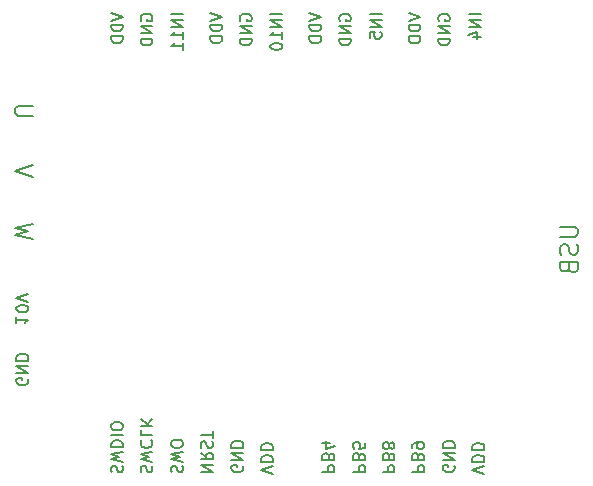
<source format=gbr>
%TF.GenerationSoftware,KiCad,Pcbnew,(6.0.7)*%
%TF.CreationDate,2022-10-13T18:06:46+02:00*%
%TF.ProjectId,TMC6300-dev,544d4336-3330-4302-9d64-65762e6b6963,rev?*%
%TF.SameCoordinates,Original*%
%TF.FileFunction,Legend,Bot*%
%TF.FilePolarity,Positive*%
%FSLAX46Y46*%
G04 Gerber Fmt 4.6, Leading zero omitted, Abs format (unit mm)*
G04 Created by KiCad (PCBNEW (6.0.7)) date 2022-10-13 18:06:46*
%MOMM*%
%LPD*%
G01*
G04 APERTURE LIST*
%ADD10C,0.150000*%
G04 APERTURE END LIST*
D10*
X180278571Y-98807142D02*
X181492857Y-98807142D01*
X181635714Y-98878571D01*
X181707142Y-98950000D01*
X181778571Y-99092857D01*
X181778571Y-99378571D01*
X181707142Y-99521428D01*
X181635714Y-99592857D01*
X181492857Y-99664285D01*
X180278571Y-99664285D01*
X181707142Y-100307142D02*
X181778571Y-100521428D01*
X181778571Y-100878571D01*
X181707142Y-101021428D01*
X181635714Y-101092857D01*
X181492857Y-101164285D01*
X181350000Y-101164285D01*
X181207142Y-101092857D01*
X181135714Y-101021428D01*
X181064285Y-100878571D01*
X180992857Y-100592857D01*
X180921428Y-100450000D01*
X180850000Y-100378571D01*
X180707142Y-100307142D01*
X180564285Y-100307142D01*
X180421428Y-100378571D01*
X180350000Y-100450000D01*
X180278571Y-100592857D01*
X180278571Y-100950000D01*
X180350000Y-101164285D01*
X180992857Y-102307142D02*
X181064285Y-102521428D01*
X181135714Y-102592857D01*
X181278571Y-102664285D01*
X181492857Y-102664285D01*
X181635714Y-102592857D01*
X181707142Y-102521428D01*
X181778571Y-102378571D01*
X181778571Y-101807142D01*
X180278571Y-101807142D01*
X180278571Y-102307142D01*
X180350000Y-102450000D01*
X180421428Y-102521428D01*
X180564285Y-102592857D01*
X180707142Y-102592857D01*
X180850000Y-102521428D01*
X180921428Y-102450000D01*
X180992857Y-102307142D01*
X180992857Y-101807142D01*
X173552380Y-80835595D02*
X172552380Y-80835595D01*
X173552380Y-81311785D02*
X172552380Y-81311785D01*
X173552380Y-81883214D01*
X172552380Y-81883214D01*
X172885714Y-82787976D02*
X173552380Y-82787976D01*
X172504761Y-82549880D02*
X173219047Y-82311785D01*
X173219047Y-82930833D01*
X167452380Y-80692738D02*
X168452380Y-81026071D01*
X167452380Y-81359404D01*
X168452380Y-81692738D02*
X167452380Y-81692738D01*
X167452380Y-81930833D01*
X167500000Y-82073690D01*
X167595238Y-82168928D01*
X167690476Y-82216547D01*
X167880952Y-82264166D01*
X168023809Y-82264166D01*
X168214285Y-82216547D01*
X168309523Y-82168928D01*
X168404761Y-82073690D01*
X168452380Y-81930833D01*
X168452380Y-81692738D01*
X168452380Y-82692738D02*
X167452380Y-82692738D01*
X167452380Y-82930833D01*
X167500000Y-83073690D01*
X167595238Y-83168928D01*
X167690476Y-83216547D01*
X167880952Y-83264166D01*
X168023809Y-83264166D01*
X168214285Y-83216547D01*
X168309523Y-83168928D01*
X168404761Y-83073690D01*
X168452380Y-82930833D01*
X168452380Y-82692738D01*
X170000000Y-81359404D02*
X169952380Y-81264166D01*
X169952380Y-81121309D01*
X170000000Y-80978452D01*
X170095238Y-80883214D01*
X170190476Y-80835595D01*
X170380952Y-80787976D01*
X170523809Y-80787976D01*
X170714285Y-80835595D01*
X170809523Y-80883214D01*
X170904761Y-80978452D01*
X170952380Y-81121309D01*
X170952380Y-81216547D01*
X170904761Y-81359404D01*
X170857142Y-81407023D01*
X170523809Y-81407023D01*
X170523809Y-81216547D01*
X170952380Y-81835595D02*
X169952380Y-81835595D01*
X170952380Y-82407023D01*
X169952380Y-82407023D01*
X170952380Y-82883214D02*
X169952380Y-82883214D01*
X169952380Y-83121309D01*
X170000000Y-83264166D01*
X170095238Y-83359404D01*
X170190476Y-83407023D01*
X170380952Y-83454642D01*
X170523809Y-83454642D01*
X170714285Y-83407023D01*
X170809523Y-83359404D01*
X170904761Y-83264166D01*
X170952380Y-83121309D01*
X170952380Y-82883214D01*
X165152380Y-80835595D02*
X164152380Y-80835595D01*
X165152380Y-81311785D02*
X164152380Y-81311785D01*
X165152380Y-81883214D01*
X164152380Y-81883214D01*
X164152380Y-82835595D02*
X164152380Y-82359404D01*
X164628571Y-82311785D01*
X164580952Y-82359404D01*
X164533333Y-82454642D01*
X164533333Y-82692738D01*
X164580952Y-82787976D01*
X164628571Y-82835595D01*
X164723809Y-82883214D01*
X164961904Y-82883214D01*
X165057142Y-82835595D01*
X165104761Y-82787976D01*
X165152380Y-82692738D01*
X165152380Y-82454642D01*
X165104761Y-82359404D01*
X165057142Y-82311785D01*
X159052380Y-80692738D02*
X160052380Y-81026071D01*
X159052380Y-81359404D01*
X160052380Y-81692738D02*
X159052380Y-81692738D01*
X159052380Y-81930833D01*
X159100000Y-82073690D01*
X159195238Y-82168928D01*
X159290476Y-82216547D01*
X159480952Y-82264166D01*
X159623809Y-82264166D01*
X159814285Y-82216547D01*
X159909523Y-82168928D01*
X160004761Y-82073690D01*
X160052380Y-81930833D01*
X160052380Y-81692738D01*
X160052380Y-82692738D02*
X159052380Y-82692738D01*
X159052380Y-82930833D01*
X159100000Y-83073690D01*
X159195238Y-83168928D01*
X159290476Y-83216547D01*
X159480952Y-83264166D01*
X159623809Y-83264166D01*
X159814285Y-83216547D01*
X159909523Y-83168928D01*
X160004761Y-83073690D01*
X160052380Y-82930833D01*
X160052380Y-82692738D01*
X161600000Y-81359404D02*
X161552380Y-81264166D01*
X161552380Y-81121309D01*
X161600000Y-80978452D01*
X161695238Y-80883214D01*
X161790476Y-80835595D01*
X161980952Y-80787976D01*
X162123809Y-80787976D01*
X162314285Y-80835595D01*
X162409523Y-80883214D01*
X162504761Y-80978452D01*
X162552380Y-81121309D01*
X162552380Y-81216547D01*
X162504761Y-81359404D01*
X162457142Y-81407023D01*
X162123809Y-81407023D01*
X162123809Y-81216547D01*
X162552380Y-81835595D02*
X161552380Y-81835595D01*
X162552380Y-82407023D01*
X161552380Y-82407023D01*
X162552380Y-82883214D02*
X161552380Y-82883214D01*
X161552380Y-83121309D01*
X161600000Y-83264166D01*
X161695238Y-83359404D01*
X161790476Y-83407023D01*
X161980952Y-83454642D01*
X162123809Y-83454642D01*
X162314285Y-83407023D01*
X162409523Y-83359404D01*
X162504761Y-83264166D01*
X162552380Y-83121309D01*
X162552380Y-82883214D01*
X156752380Y-80835595D02*
X155752380Y-80835595D01*
X156752380Y-81311785D02*
X155752380Y-81311785D01*
X156752380Y-81883214D01*
X155752380Y-81883214D01*
X156752380Y-82883214D02*
X156752380Y-82311785D01*
X156752380Y-82597500D02*
X155752380Y-82597500D01*
X155895238Y-82502261D01*
X155990476Y-82407023D01*
X156038095Y-82311785D01*
X155752380Y-83502261D02*
X155752380Y-83597500D01*
X155800000Y-83692738D01*
X155847619Y-83740357D01*
X155942857Y-83787976D01*
X156133333Y-83835595D01*
X156371428Y-83835595D01*
X156561904Y-83787976D01*
X156657142Y-83740357D01*
X156704761Y-83692738D01*
X156752380Y-83597500D01*
X156752380Y-83502261D01*
X156704761Y-83407023D01*
X156657142Y-83359404D01*
X156561904Y-83311785D01*
X156371428Y-83264166D01*
X156133333Y-83264166D01*
X155942857Y-83311785D01*
X155847619Y-83359404D01*
X155800000Y-83407023D01*
X155752380Y-83502261D01*
X150652380Y-80692738D02*
X151652380Y-81026071D01*
X150652380Y-81359404D01*
X151652380Y-81692738D02*
X150652380Y-81692738D01*
X150652380Y-81930833D01*
X150700000Y-82073690D01*
X150795238Y-82168928D01*
X150890476Y-82216547D01*
X151080952Y-82264166D01*
X151223809Y-82264166D01*
X151414285Y-82216547D01*
X151509523Y-82168928D01*
X151604761Y-82073690D01*
X151652380Y-81930833D01*
X151652380Y-81692738D01*
X151652380Y-82692738D02*
X150652380Y-82692738D01*
X150652380Y-82930833D01*
X150700000Y-83073690D01*
X150795238Y-83168928D01*
X150890476Y-83216547D01*
X151080952Y-83264166D01*
X151223809Y-83264166D01*
X151414285Y-83216547D01*
X151509523Y-83168928D01*
X151604761Y-83073690D01*
X151652380Y-82930833D01*
X151652380Y-82692738D01*
X153200000Y-81359404D02*
X153152380Y-81264166D01*
X153152380Y-81121309D01*
X153200000Y-80978452D01*
X153295238Y-80883214D01*
X153390476Y-80835595D01*
X153580952Y-80787976D01*
X153723809Y-80787976D01*
X153914285Y-80835595D01*
X154009523Y-80883214D01*
X154104761Y-80978452D01*
X154152380Y-81121309D01*
X154152380Y-81216547D01*
X154104761Y-81359404D01*
X154057142Y-81407023D01*
X153723809Y-81407023D01*
X153723809Y-81216547D01*
X154152380Y-81835595D02*
X153152380Y-81835595D01*
X154152380Y-82407023D01*
X153152380Y-82407023D01*
X154152380Y-82883214D02*
X153152380Y-82883214D01*
X153152380Y-83121309D01*
X153200000Y-83264166D01*
X153295238Y-83359404D01*
X153390476Y-83407023D01*
X153580952Y-83454642D01*
X153723809Y-83454642D01*
X153914285Y-83407023D01*
X154009523Y-83359404D01*
X154104761Y-83264166D01*
X154152380Y-83121309D01*
X154152380Y-82883214D01*
X148352380Y-80835595D02*
X147352380Y-80835595D01*
X148352380Y-81311785D02*
X147352380Y-81311785D01*
X148352380Y-81883214D01*
X147352380Y-81883214D01*
X148352380Y-82883214D02*
X148352380Y-82311785D01*
X148352380Y-82597500D02*
X147352380Y-82597500D01*
X147495238Y-82502261D01*
X147590476Y-82407023D01*
X147638095Y-82311785D01*
X148352380Y-83835595D02*
X148352380Y-83264166D01*
X148352380Y-83549880D02*
X147352380Y-83549880D01*
X147495238Y-83454642D01*
X147590476Y-83359404D01*
X147638095Y-83264166D01*
X144800000Y-81359404D02*
X144752380Y-81264166D01*
X144752380Y-81121309D01*
X144800000Y-80978452D01*
X144895238Y-80883214D01*
X144990476Y-80835595D01*
X145180952Y-80787976D01*
X145323809Y-80787976D01*
X145514285Y-80835595D01*
X145609523Y-80883214D01*
X145704761Y-80978452D01*
X145752380Y-81121309D01*
X145752380Y-81216547D01*
X145704761Y-81359404D01*
X145657142Y-81407023D01*
X145323809Y-81407023D01*
X145323809Y-81216547D01*
X145752380Y-81835595D02*
X144752380Y-81835595D01*
X145752380Y-82407023D01*
X144752380Y-82407023D01*
X145752380Y-82883214D02*
X144752380Y-82883214D01*
X144752380Y-83121309D01*
X144800000Y-83264166D01*
X144895238Y-83359404D01*
X144990476Y-83407023D01*
X145180952Y-83454642D01*
X145323809Y-83454642D01*
X145514285Y-83407023D01*
X145609523Y-83359404D01*
X145704761Y-83264166D01*
X145752380Y-83121309D01*
X145752380Y-82883214D01*
X142252380Y-80692738D02*
X143252380Y-81026071D01*
X142252380Y-81359404D01*
X143252380Y-81692738D02*
X142252380Y-81692738D01*
X142252380Y-81930833D01*
X142300000Y-82073690D01*
X142395238Y-82168928D01*
X142490476Y-82216547D01*
X142680952Y-82264166D01*
X142823809Y-82264166D01*
X143014285Y-82216547D01*
X143109523Y-82168928D01*
X143204761Y-82073690D01*
X143252380Y-81930833D01*
X143252380Y-81692738D01*
X143252380Y-82692738D02*
X142252380Y-82692738D01*
X142252380Y-82930833D01*
X142300000Y-83073690D01*
X142395238Y-83168928D01*
X142490476Y-83216547D01*
X142680952Y-83264166D01*
X142823809Y-83264166D01*
X143014285Y-83216547D01*
X143109523Y-83168928D01*
X143204761Y-83073690D01*
X143252380Y-82930833D01*
X143252380Y-82692738D01*
X135621428Y-99842857D02*
X134121428Y-99485714D01*
X135192857Y-99200000D01*
X134121428Y-98914285D01*
X135621428Y-98557142D01*
X135621428Y-94600000D02*
X134121428Y-94100000D01*
X135621428Y-93600000D01*
X135621428Y-89428571D02*
X134407142Y-89428571D01*
X134264285Y-89357142D01*
X134192857Y-89285714D01*
X134121428Y-89142857D01*
X134121428Y-88857142D01*
X134192857Y-88714285D01*
X134264285Y-88642857D01*
X134407142Y-88571428D01*
X135621428Y-88571428D01*
X135200000Y-111661904D02*
X135247619Y-111757142D01*
X135247619Y-111900000D01*
X135200000Y-112042857D01*
X135104761Y-112138095D01*
X135009523Y-112185714D01*
X134819047Y-112233333D01*
X134676190Y-112233333D01*
X134485714Y-112185714D01*
X134390476Y-112138095D01*
X134295238Y-112042857D01*
X134247619Y-111900000D01*
X134247619Y-111804761D01*
X134295238Y-111661904D01*
X134342857Y-111614285D01*
X134676190Y-111614285D01*
X134676190Y-111804761D01*
X134247619Y-111185714D02*
X135247619Y-111185714D01*
X134247619Y-110614285D01*
X135247619Y-110614285D01*
X134247619Y-110138095D02*
X135247619Y-110138095D01*
X135247619Y-109900000D01*
X135200000Y-109757142D01*
X135104761Y-109661904D01*
X135009523Y-109614285D01*
X134819047Y-109566666D01*
X134676190Y-109566666D01*
X134485714Y-109614285D01*
X134390476Y-109661904D01*
X134295238Y-109757142D01*
X134247619Y-109900000D01*
X134247619Y-110138095D01*
X134247619Y-106419047D02*
X134247619Y-106990476D01*
X134247619Y-106704761D02*
X135247619Y-106704761D01*
X135104761Y-106800000D01*
X135009523Y-106895238D01*
X134961904Y-106990476D01*
X135247619Y-105800000D02*
X135247619Y-105704761D01*
X135200000Y-105609523D01*
X135152380Y-105561904D01*
X135057142Y-105514285D01*
X134866666Y-105466666D01*
X134628571Y-105466666D01*
X134438095Y-105514285D01*
X134342857Y-105561904D01*
X134295238Y-105609523D01*
X134247619Y-105704761D01*
X134247619Y-105800000D01*
X134295238Y-105895238D01*
X134342857Y-105942857D01*
X134438095Y-105990476D01*
X134628571Y-106038095D01*
X134866666Y-106038095D01*
X135057142Y-105990476D01*
X135152380Y-105942857D01*
X135200000Y-105895238D01*
X135247619Y-105800000D01*
X135247619Y-105180952D02*
X134247619Y-104847619D01*
X135247619Y-104514285D01*
X142295238Y-119612023D02*
X142247619Y-119469166D01*
X142247619Y-119231071D01*
X142295238Y-119135833D01*
X142342857Y-119088214D01*
X142438095Y-119040595D01*
X142533333Y-119040595D01*
X142628571Y-119088214D01*
X142676190Y-119135833D01*
X142723809Y-119231071D01*
X142771428Y-119421547D01*
X142819047Y-119516785D01*
X142866666Y-119564404D01*
X142961904Y-119612023D01*
X143057142Y-119612023D01*
X143152380Y-119564404D01*
X143200000Y-119516785D01*
X143247619Y-119421547D01*
X143247619Y-119183452D01*
X143200000Y-119040595D01*
X143247619Y-118707261D02*
X142247619Y-118469166D01*
X142961904Y-118278690D01*
X142247619Y-118088214D01*
X143247619Y-117850119D01*
X142247619Y-117469166D02*
X143247619Y-117469166D01*
X143247619Y-117231071D01*
X143200000Y-117088214D01*
X143104761Y-116992976D01*
X143009523Y-116945357D01*
X142819047Y-116897738D01*
X142676190Y-116897738D01*
X142485714Y-116945357D01*
X142390476Y-116992976D01*
X142295238Y-117088214D01*
X142247619Y-117231071D01*
X142247619Y-117469166D01*
X142247619Y-116469166D02*
X143247619Y-116469166D01*
X143247619Y-115802500D02*
X143247619Y-115612023D01*
X143200000Y-115516785D01*
X143104761Y-115421547D01*
X142914285Y-115373928D01*
X142580952Y-115373928D01*
X142390476Y-115421547D01*
X142295238Y-115516785D01*
X142247619Y-115612023D01*
X142247619Y-115802500D01*
X142295238Y-115897738D01*
X142390476Y-115992976D01*
X142580952Y-116040595D01*
X142914285Y-116040595D01*
X143104761Y-115992976D01*
X143200000Y-115897738D01*
X143247619Y-115802500D01*
X144795238Y-119612023D02*
X144747619Y-119469166D01*
X144747619Y-119231071D01*
X144795238Y-119135833D01*
X144842857Y-119088214D01*
X144938095Y-119040595D01*
X145033333Y-119040595D01*
X145128571Y-119088214D01*
X145176190Y-119135833D01*
X145223809Y-119231071D01*
X145271428Y-119421547D01*
X145319047Y-119516785D01*
X145366666Y-119564404D01*
X145461904Y-119612023D01*
X145557142Y-119612023D01*
X145652380Y-119564404D01*
X145700000Y-119516785D01*
X145747619Y-119421547D01*
X145747619Y-119183452D01*
X145700000Y-119040595D01*
X145747619Y-118707261D02*
X144747619Y-118469166D01*
X145461904Y-118278690D01*
X144747619Y-118088214D01*
X145747619Y-117850119D01*
X144842857Y-116897738D02*
X144795238Y-116945357D01*
X144747619Y-117088214D01*
X144747619Y-117183452D01*
X144795238Y-117326309D01*
X144890476Y-117421547D01*
X144985714Y-117469166D01*
X145176190Y-117516785D01*
X145319047Y-117516785D01*
X145509523Y-117469166D01*
X145604761Y-117421547D01*
X145700000Y-117326309D01*
X145747619Y-117183452D01*
X145747619Y-117088214D01*
X145700000Y-116945357D01*
X145652380Y-116897738D01*
X144747619Y-115992976D02*
X144747619Y-116469166D01*
X145747619Y-116469166D01*
X144747619Y-115659642D02*
X145747619Y-115659642D01*
X144747619Y-115088214D02*
X145319047Y-115516785D01*
X145747619Y-115088214D02*
X145176190Y-115659642D01*
X147395238Y-119612023D02*
X147347619Y-119469166D01*
X147347619Y-119231071D01*
X147395238Y-119135833D01*
X147442857Y-119088214D01*
X147538095Y-119040595D01*
X147633333Y-119040595D01*
X147728571Y-119088214D01*
X147776190Y-119135833D01*
X147823809Y-119231071D01*
X147871428Y-119421547D01*
X147919047Y-119516785D01*
X147966666Y-119564404D01*
X148061904Y-119612023D01*
X148157142Y-119612023D01*
X148252380Y-119564404D01*
X148300000Y-119516785D01*
X148347619Y-119421547D01*
X148347619Y-119183452D01*
X148300000Y-119040595D01*
X148347619Y-118707261D02*
X147347619Y-118469166D01*
X148061904Y-118278690D01*
X147347619Y-118088214D01*
X148347619Y-117850119D01*
X148347619Y-117278690D02*
X148347619Y-117088214D01*
X148300000Y-116992976D01*
X148204761Y-116897738D01*
X148014285Y-116850119D01*
X147680952Y-116850119D01*
X147490476Y-116897738D01*
X147395238Y-116992976D01*
X147347619Y-117088214D01*
X147347619Y-117278690D01*
X147395238Y-117373928D01*
X147490476Y-117469166D01*
X147680952Y-117516785D01*
X148014285Y-117516785D01*
X148204761Y-117469166D01*
X148300000Y-117373928D01*
X148347619Y-117278690D01*
X149847619Y-119564404D02*
X150847619Y-119564404D01*
X149847619Y-118992976D01*
X150847619Y-118992976D01*
X149847619Y-117945357D02*
X150323809Y-118278690D01*
X149847619Y-118516785D02*
X150847619Y-118516785D01*
X150847619Y-118135833D01*
X150800000Y-118040595D01*
X150752380Y-117992976D01*
X150657142Y-117945357D01*
X150514285Y-117945357D01*
X150419047Y-117992976D01*
X150371428Y-118040595D01*
X150323809Y-118135833D01*
X150323809Y-118516785D01*
X149895238Y-117564404D02*
X149847619Y-117421547D01*
X149847619Y-117183452D01*
X149895238Y-117088214D01*
X149942857Y-117040595D01*
X150038095Y-116992976D01*
X150133333Y-116992976D01*
X150228571Y-117040595D01*
X150276190Y-117088214D01*
X150323809Y-117183452D01*
X150371428Y-117373928D01*
X150419047Y-117469166D01*
X150466666Y-117516785D01*
X150561904Y-117564404D01*
X150657142Y-117564404D01*
X150752380Y-117516785D01*
X150800000Y-117469166D01*
X150847619Y-117373928D01*
X150847619Y-117135833D01*
X150800000Y-116992976D01*
X150847619Y-116707261D02*
X150847619Y-116135833D01*
X149847619Y-116421547D02*
X150847619Y-116421547D01*
X153400000Y-119040595D02*
X153447619Y-119135833D01*
X153447619Y-119278690D01*
X153400000Y-119421547D01*
X153304761Y-119516785D01*
X153209523Y-119564404D01*
X153019047Y-119612023D01*
X152876190Y-119612023D01*
X152685714Y-119564404D01*
X152590476Y-119516785D01*
X152495238Y-119421547D01*
X152447619Y-119278690D01*
X152447619Y-119183452D01*
X152495238Y-119040595D01*
X152542857Y-118992976D01*
X152876190Y-118992976D01*
X152876190Y-119183452D01*
X152447619Y-118564404D02*
X153447619Y-118564404D01*
X152447619Y-117992976D01*
X153447619Y-117992976D01*
X152447619Y-117516785D02*
X153447619Y-117516785D01*
X153447619Y-117278690D01*
X153400000Y-117135833D01*
X153304761Y-117040595D01*
X153209523Y-116992976D01*
X153019047Y-116945357D01*
X152876190Y-116945357D01*
X152685714Y-116992976D01*
X152590476Y-117040595D01*
X152495238Y-117135833D01*
X152447619Y-117278690D01*
X152447619Y-117516785D01*
X155947619Y-119707261D02*
X154947619Y-119373928D01*
X155947619Y-119040595D01*
X154947619Y-118707261D02*
X155947619Y-118707261D01*
X155947619Y-118469166D01*
X155900000Y-118326309D01*
X155804761Y-118231071D01*
X155709523Y-118183452D01*
X155519047Y-118135833D01*
X155376190Y-118135833D01*
X155185714Y-118183452D01*
X155090476Y-118231071D01*
X154995238Y-118326309D01*
X154947619Y-118469166D01*
X154947619Y-118707261D01*
X154947619Y-117707261D02*
X155947619Y-117707261D01*
X155947619Y-117469166D01*
X155900000Y-117326309D01*
X155804761Y-117231071D01*
X155709523Y-117183452D01*
X155519047Y-117135833D01*
X155376190Y-117135833D01*
X155185714Y-117183452D01*
X155090476Y-117231071D01*
X154995238Y-117326309D01*
X154947619Y-117469166D01*
X154947619Y-117707261D01*
X173847619Y-119707261D02*
X172847619Y-119373928D01*
X173847619Y-119040595D01*
X172847619Y-118707261D02*
X173847619Y-118707261D01*
X173847619Y-118469166D01*
X173800000Y-118326309D01*
X173704761Y-118231071D01*
X173609523Y-118183452D01*
X173419047Y-118135833D01*
X173276190Y-118135833D01*
X173085714Y-118183452D01*
X172990476Y-118231071D01*
X172895238Y-118326309D01*
X172847619Y-118469166D01*
X172847619Y-118707261D01*
X172847619Y-117707261D02*
X173847619Y-117707261D01*
X173847619Y-117469166D01*
X173800000Y-117326309D01*
X173704761Y-117231071D01*
X173609523Y-117183452D01*
X173419047Y-117135833D01*
X173276190Y-117135833D01*
X173085714Y-117183452D01*
X172990476Y-117231071D01*
X172895238Y-117326309D01*
X172847619Y-117469166D01*
X172847619Y-117707261D01*
X171300000Y-119040595D02*
X171347619Y-119135833D01*
X171347619Y-119278690D01*
X171300000Y-119421547D01*
X171204761Y-119516785D01*
X171109523Y-119564404D01*
X170919047Y-119612023D01*
X170776190Y-119612023D01*
X170585714Y-119564404D01*
X170490476Y-119516785D01*
X170395238Y-119421547D01*
X170347619Y-119278690D01*
X170347619Y-119183452D01*
X170395238Y-119040595D01*
X170442857Y-118992976D01*
X170776190Y-118992976D01*
X170776190Y-119183452D01*
X170347619Y-118564404D02*
X171347619Y-118564404D01*
X170347619Y-117992976D01*
X171347619Y-117992976D01*
X170347619Y-117516785D02*
X171347619Y-117516785D01*
X171347619Y-117278690D01*
X171300000Y-117135833D01*
X171204761Y-117040595D01*
X171109523Y-116992976D01*
X170919047Y-116945357D01*
X170776190Y-116945357D01*
X170585714Y-116992976D01*
X170490476Y-117040595D01*
X170395238Y-117135833D01*
X170347619Y-117278690D01*
X170347619Y-117516785D01*
X167747619Y-119564404D02*
X168747619Y-119564404D01*
X168747619Y-119183452D01*
X168700000Y-119088214D01*
X168652380Y-119040595D01*
X168557142Y-118992976D01*
X168414285Y-118992976D01*
X168319047Y-119040595D01*
X168271428Y-119088214D01*
X168223809Y-119183452D01*
X168223809Y-119564404D01*
X168271428Y-118231071D02*
X168223809Y-118088214D01*
X168176190Y-118040595D01*
X168080952Y-117992976D01*
X167938095Y-117992976D01*
X167842857Y-118040595D01*
X167795238Y-118088214D01*
X167747619Y-118183452D01*
X167747619Y-118564404D01*
X168747619Y-118564404D01*
X168747619Y-118231071D01*
X168700000Y-118135833D01*
X168652380Y-118088214D01*
X168557142Y-118040595D01*
X168461904Y-118040595D01*
X168366666Y-118088214D01*
X168319047Y-118135833D01*
X168271428Y-118231071D01*
X168271428Y-118564404D01*
X167747619Y-117516785D02*
X167747619Y-117326309D01*
X167795238Y-117231071D01*
X167842857Y-117183452D01*
X167985714Y-117088214D01*
X168176190Y-117040595D01*
X168557142Y-117040595D01*
X168652380Y-117088214D01*
X168700000Y-117135833D01*
X168747619Y-117231071D01*
X168747619Y-117421547D01*
X168700000Y-117516785D01*
X168652380Y-117564404D01*
X168557142Y-117612023D01*
X168319047Y-117612023D01*
X168223809Y-117564404D01*
X168176190Y-117516785D01*
X168128571Y-117421547D01*
X168128571Y-117231071D01*
X168176190Y-117135833D01*
X168223809Y-117088214D01*
X168319047Y-117040595D01*
X165247619Y-119564404D02*
X166247619Y-119564404D01*
X166247619Y-119183452D01*
X166200000Y-119088214D01*
X166152380Y-119040595D01*
X166057142Y-118992976D01*
X165914285Y-118992976D01*
X165819047Y-119040595D01*
X165771428Y-119088214D01*
X165723809Y-119183452D01*
X165723809Y-119564404D01*
X165771428Y-118231071D02*
X165723809Y-118088214D01*
X165676190Y-118040595D01*
X165580952Y-117992976D01*
X165438095Y-117992976D01*
X165342857Y-118040595D01*
X165295238Y-118088214D01*
X165247619Y-118183452D01*
X165247619Y-118564404D01*
X166247619Y-118564404D01*
X166247619Y-118231071D01*
X166200000Y-118135833D01*
X166152380Y-118088214D01*
X166057142Y-118040595D01*
X165961904Y-118040595D01*
X165866666Y-118088214D01*
X165819047Y-118135833D01*
X165771428Y-118231071D01*
X165771428Y-118564404D01*
X165819047Y-117421547D02*
X165866666Y-117516785D01*
X165914285Y-117564404D01*
X166009523Y-117612023D01*
X166057142Y-117612023D01*
X166152380Y-117564404D01*
X166200000Y-117516785D01*
X166247619Y-117421547D01*
X166247619Y-117231071D01*
X166200000Y-117135833D01*
X166152380Y-117088214D01*
X166057142Y-117040595D01*
X166009523Y-117040595D01*
X165914285Y-117088214D01*
X165866666Y-117135833D01*
X165819047Y-117231071D01*
X165819047Y-117421547D01*
X165771428Y-117516785D01*
X165723809Y-117564404D01*
X165628571Y-117612023D01*
X165438095Y-117612023D01*
X165342857Y-117564404D01*
X165295238Y-117516785D01*
X165247619Y-117421547D01*
X165247619Y-117231071D01*
X165295238Y-117135833D01*
X165342857Y-117088214D01*
X165438095Y-117040595D01*
X165628571Y-117040595D01*
X165723809Y-117088214D01*
X165771428Y-117135833D01*
X165819047Y-117231071D01*
X162747619Y-119564404D02*
X163747619Y-119564404D01*
X163747619Y-119183452D01*
X163700000Y-119088214D01*
X163652380Y-119040595D01*
X163557142Y-118992976D01*
X163414285Y-118992976D01*
X163319047Y-119040595D01*
X163271428Y-119088214D01*
X163223809Y-119183452D01*
X163223809Y-119564404D01*
X163271428Y-118231071D02*
X163223809Y-118088214D01*
X163176190Y-118040595D01*
X163080952Y-117992976D01*
X162938095Y-117992976D01*
X162842857Y-118040595D01*
X162795238Y-118088214D01*
X162747619Y-118183452D01*
X162747619Y-118564404D01*
X163747619Y-118564404D01*
X163747619Y-118231071D01*
X163700000Y-118135833D01*
X163652380Y-118088214D01*
X163557142Y-118040595D01*
X163461904Y-118040595D01*
X163366666Y-118088214D01*
X163319047Y-118135833D01*
X163271428Y-118231071D01*
X163271428Y-118564404D01*
X163747619Y-117088214D02*
X163747619Y-117564404D01*
X163271428Y-117612023D01*
X163319047Y-117564404D01*
X163366666Y-117469166D01*
X163366666Y-117231071D01*
X163319047Y-117135833D01*
X163271428Y-117088214D01*
X163176190Y-117040595D01*
X162938095Y-117040595D01*
X162842857Y-117088214D01*
X162795238Y-117135833D01*
X162747619Y-117231071D01*
X162747619Y-117469166D01*
X162795238Y-117564404D01*
X162842857Y-117612023D01*
X160147619Y-119564404D02*
X161147619Y-119564404D01*
X161147619Y-119183452D01*
X161100000Y-119088214D01*
X161052380Y-119040595D01*
X160957142Y-118992976D01*
X160814285Y-118992976D01*
X160719047Y-119040595D01*
X160671428Y-119088214D01*
X160623809Y-119183452D01*
X160623809Y-119564404D01*
X160671428Y-118231071D02*
X160623809Y-118088214D01*
X160576190Y-118040595D01*
X160480952Y-117992976D01*
X160338095Y-117992976D01*
X160242857Y-118040595D01*
X160195238Y-118088214D01*
X160147619Y-118183452D01*
X160147619Y-118564404D01*
X161147619Y-118564404D01*
X161147619Y-118231071D01*
X161100000Y-118135833D01*
X161052380Y-118088214D01*
X160957142Y-118040595D01*
X160861904Y-118040595D01*
X160766666Y-118088214D01*
X160719047Y-118135833D01*
X160671428Y-118231071D01*
X160671428Y-118564404D01*
X160814285Y-117135833D02*
X160147619Y-117135833D01*
X161195238Y-117373928D02*
X160480952Y-117612023D01*
X160480952Y-116992976D01*
M02*

</source>
